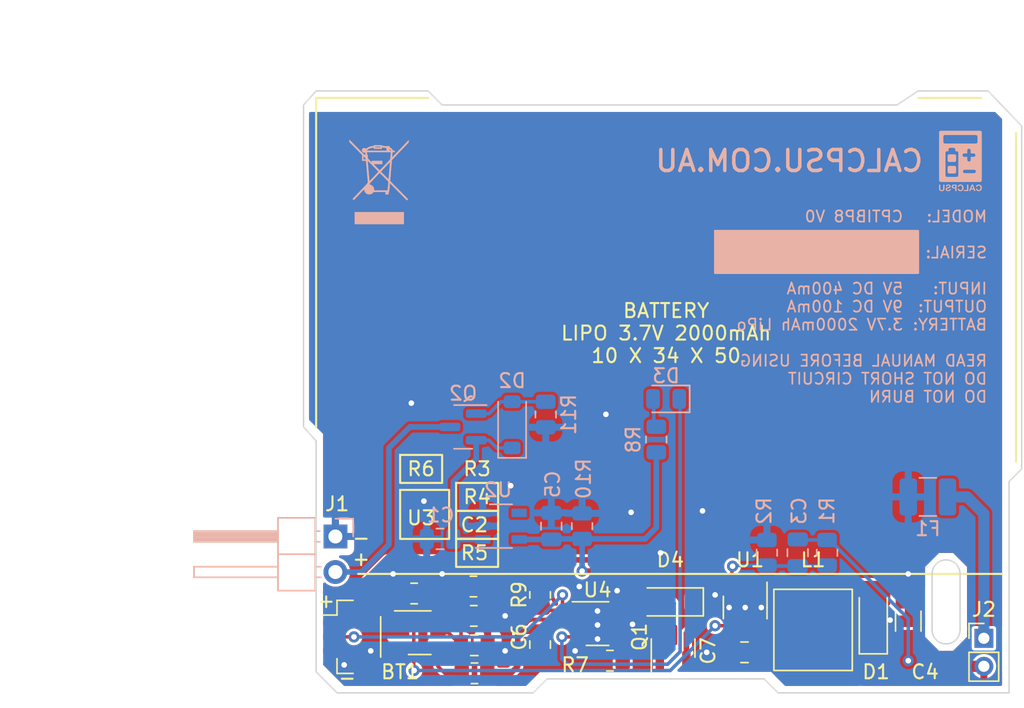
<source format=kicad_pcb>
(kicad_pcb (version 20221018) (generator pcbnew)
  (layers (0 "F.Cu" signal) (31 "B.Cu" signal) (34 "B.Paste" user) (35 "F.Paste" user) (36 "B.SilkS" user "B.Silkscreen") (37 "F.SilkS" user "F.Silkscreen") (38 "B.Mask" user) (39 "F.Mask" user) (44 "Edge.Cuts" user))
  (net 0 "")
  (net 1 "/B+")
  (net 2 "/GND")
  (net 3 "/VBUS")
  (net 4 "Net-(U3-SENSE)")
  (net 5 "/RFB")
  (net 6 "/VOUT")
  (net 7 "/VCC")
  (net 8 "/RSW")
  (net 9 "/CHG")
  (net 10 "/LCHG")
  (net 11 "/BLOAD")
  (net 12 "/OUTN")
  (net 13 "Net-(U3-CT)")
  (net 14 "/EN")
  (net 15 "/PROG")
  (net 16 "/TS")
  (net 19 "Net-(D2-A)")
  (net 20 "/VBUS1")
  (footprint "Connector_PinHeader_2.00mm:PinHeader_1x02_P2.00mm_Vertical" (layer "F.Cu") (at 48.7 39.6)
    (fp_text reference "J2" (at 0 -2.06) (layer "F.SilkS"))
    (fp_text value "OUT")
    (pad "1" thru_hole rect (at 0 0) (size 1.35 1.35) (drill 0.8) (layers "*.Cu" "*.Mask") (net 12 "/OUTN"))
    (pad "2" thru_hole oval (at 0 2) (size 1.35 1.35) (drill 0.8) (layers "*.Cu" "*.Mask") (net 6 "/VOUT"))
  )
  (footprint "Resistor_SMD:R_0805_2012Metric" (layer "F.Cu") (at 12.3125 42.1)
    (fp_text reference "R5" (at 0 -8.6) (layer "F.SilkS"))
    (fp_text value "50k")
    (pad "1" smd roundrect (at -0.9125 0) (size 1.025 1.4) (layers "F.Cu" "F.Paste" "F.Mask") (roundrect_rratio 0.243902) (net 13 "Net-(U3-CT)"))
    (pad "2" smd roundrect (at 0.9125 0) (size 1.025 1.4) (layers "F.Cu" "F.Paste" "F.Mask") (roundrect_rratio 0.243902) (net 1 "/B+"))
  )
  (footprint "Capacitor_SMD:C_0805_2012Metric" (layer "F.Cu") (at 12.3 40.1)
    (fp_text reference "C2" (at 0 -8.6) (layer "F.SilkS"))
    (fp_text value "1n")
    (pad "1" smd roundrect (at -0.95 0) (size 1 1.45) (layers "F.Cu" "F.Paste" "F.Mask") (net 4 "Net-(U3-SENSE)"))
    (pad "2" smd roundrect (at 0.95 0) (size 1 1.45) (layers "F.Cu" "F.Paste" "F.Mask") (net 2 "/GND"))
  )
  (footprint "Resistor_SMD:R_0805_2012Metric" (layer "F.Cu") (at 17 36.5 -90)
    (fp_text reference "R9" (at 0 1.5 90) (layer "F.SilkS"))
    (fp_text value "10k")
    (pad "1" smd roundrect (at -0.9125 0 270) (size 1.025 1.4) (layers "F.Cu" "F.Paste" "F.Mask") (roundrect_rratio 0.243902) (net 2 "/GND"))
    (pad "2" smd roundrect (at 0.9125 0 270) (size 1.025 1.4) (layers "F.Cu" "F.Paste" "F.Mask") (roundrect_rratio 0.243902) (net 16 "/TS"))
  )
  (footprint "Resistor_SMD:R_0805_2012Metric" (layer "F.Cu") (at 8 36.4)
    (fp_text reference "R6" (at 0.5 -8.9) (layer "F.SilkS"))
    (fp_text value "100k")
    (pad "1" smd roundrect (at -0.9125 0) (size 1.025 1.4) (layers "F.Cu" "F.Paste" "F.Mask") (roundrect_rratio 0.243902) (net 14 "/EN"))
    (pad "2" smd roundrect (at 0.9125 0) (size 1.025 1.4) (layers "F.Cu" "F.Paste" "F.Mask") (roundrect_rratio 0.243902) (net 1 "/B+"))
  )
  (footprint "Package_TO_SOT_SMD:SOT-23" (layer "F.Cu") (at 26.5 40.3 90)
    (fp_text reference "Q1" (at 0.8 -2.4 90) (layer "F.SilkS"))
    (fp_text value "AO3401A")
    (pad "1" smd roundrect (at -0.9375 -0.95 90) (size 1.475 0.6) (layers "F.Cu" "F.Paste" "F.Mask") (net 7 "/VCC"))
    (pad "2" smd roundrect (at -0.9375 0.95 90) (size 1.475 0.6) (layers "F.Cu" "F.Paste" "F.Mask") (net 11 "/BLOAD"))
    (pad "3" smd roundrect (at 0.9375 0 90) (size 1.475 0.6) (layers "F.Cu" "F.Paste" "F.Mask") (net 1 "/B+"))
  )
  (footprint "Resistor_SMD:R_0805_2012Metric" (layer "F.Cu") (at 12.2625 38 180)
    (fp_text reference "R4" (at -0.2375 8.5) (layer "F.SilkS"))
    (fp_text value "500k")
    (pad "1" smd roundrect (at -0.9125 0 180) (size 1.025 1.4) (layers "F.Cu" "F.Paste" "F.Mask") (roundrect_rratio 0.243902) (net 2 "/GND"))
    (pad "2" smd roundrect (at 0.9125 0 180) (size 1.025 1.4) (layers "F.Cu" "F.Paste" "F.Mask") (roundrect_rratio 0.243902) (net 4 "Net-(U3-SENSE)"))
  )
  (footprint "george:SOT-23-6_TI_DBV6" (layer "F.Cu") (at 21.1 38.55)
    (fp_text reference "U4" (at 0 -2.4) (layer "F.SilkS"))
    (fp_text value "BQ21040")
    (pad "1" smd roundrect (at -1.3 -0.95) (size 1.1 0.6) (layers "F.Cu" "F.Paste" "F.Mask") (roundrect_rratio 0.08333333333) (net 16 "/TS"))
    (pad "2" smd roundrect (at -1.3 0) (size 1.1 0.6) (layers "F.Cu" "F.Paste" "F.Mask") (roundrect_rratio 0.08333333333) (net 1 "/B+"))
    (pad "3" smd roundrect (at -1.3 0.95) (size 1.1 0.6) (layers "F.Cu" "F.Paste" "F.Mask") (roundrect_rratio 0.08333333333) (net 9 "/CHG"))
    (pad "4" smd roundrect (at 1.3 0.95) (size 1.1 0.6) (layers "F.Cu" "F.Paste" "F.Mask") (roundrect_rratio 0.08333333333) (net 15 "/PROG"))
    (pad "5" smd roundrect (at 1.3 0) (size 1.1 0.6) (layers "F.Cu" "F.Paste" "F.Mask") (roundrect_rratio 0.08333333333) (net 2 "/GND"))
    (pad "6" smd roundrect (at 1.3 -0.95) (size 1.1 0.6) (layers "F.Cu" "F.Paste" "F.Mask") (roundrect_rratio 0.08333333333) (net 7 "/VCC"))
  )
  (footprint "Diode_SMD:D_SOD-123" (layer "F.Cu") (at 40.8 38.35 90)
    (fp_text reference "D1" (at -3.65 0.2 180) (layer "F.SilkS"))
    (fp_text value "1N5817")
    (pad "1" smd roundrect (at -1.65 0 90) (size 0.9 1.2) (layers "F.Cu" "F.Paste" "F.Mask") (net 6 "/VOUT"))
    (pad "2" smd roundrect (at 1.65 0 90) (size 0.9 1.2) (layers "F.Cu" "F.Paste" "F.Mask") (net 8 "/RSW"))
  )
  (footprint "Diode_SMD:D_SOD-123" (layer "F.Cu") (at 26.3 37 180)
    (fp_text reference "D4" (at 0 3) (layer "F.SilkS"))
    (fp_text value "SS16")
    (pad "1" smd roundrect (at -1.65 0 180) (size 0.9 1.2) (layers "F.Cu" "F.Paste" "F.Mask") (net 11 "/BLOAD"))
    (pad "2" smd roundrect (at 1.65 0 180) (size 0.9 1.2) (layers "F.Cu" "F.Paste" "F.Mask") (net 7 "/VCC"))
  )
  (footprint "george:SOT-23-5_TI_DBV5" (layer "F.Cu") (at 31.65 37.4 -90)
    (fp_text reference "U1" (at -3.4 -0.35) (layer "F.SilkS"))
    (fp_text value "LM27313XMF")
    (pad "1" smd roundrect (at -1.3 -0.95 270) (size 1.1 0.6) (layers "F.Cu" "F.Paste" "F.Mask") (roundrect_rratio 0.08333333333) (net 8 "/RSW"))
    (pad "2" smd roundrect (at -1.3 0 270) (size 1.1 0.6) (layers "F.Cu" "F.Paste" "F.Mask") (roundrect_rratio 0.08333333333) (net 2 "/GND"))
    (pad "3" smd roundrect (at -1.3 0.95 270) (size 1.1 0.6) (layers "F.Cu" "F.Paste" "F.Mask") (roundrect_rratio 0.08333333333) (net 5 "/RFB"))
    (pad "4" smd roundrect (at 1.3 0.95 270) (size 1.1 0.6) (layers "F.Cu" "F.Paste" "F.Mask") (roundrect_rratio 0.08333333333) (net 14 "/EN"))
    (pad "5" smd roundrect (at 1.3 -0.95 270) (size 1.1 0.6) (layers "F.Cu" "F.Paste" "F.Mask") (roundrect_rratio 0.08333333333) (net 11 "/BLOAD"))
  )
  (footprint "Connector_JST:JST_SH_BM03B-SRSS-TB_1x03-1MP_P1.00mm_Vertical" (layer "F.Cu") (at 3.6 39.5 -90)
    (fp_text reference "BT1" (at 2.5 -3.4 -180) (layer "F.SilkS"))
    (fp_text value "LiPo")
    (pad "1" smd roundrect (at -1 1.325 270) (size 0.6 1.55) (layers "F.Cu" "F.Paste" "F.Mask") (net 1 "/B+"))
    (pad "2" smd roundrect (at 0 1.325 270) (size 0.6 1.55) (layers "F.Cu" "F.Paste" "F.Mask") (net 16 "/TS"))
    (pad "3" smd roundrect (at 1 1.325 270) (size 0.6 1.55) (layers "F.Cu" "F.Paste" "F.Mask") (net 2 "/GND"))
    (pad "MP" smd roundrect (at -2.3 -1.2 270) (size 1.2 1.8) (layers "F.Cu" "F.Paste" "F.Mask") (roundrect_rratio 0.208333))
    (pad "MP" smd roundrect (at 2.3 -1.2 270) (size 1.2 1.8) (layers "F.Cu" "F.Paste" "F.Mask") (roundrect_rratio 0.208333))
  )
  (footprint "Resistor_SMD:R_0805_2012Metric" (layer "F.Cu") (at 21.9875 41.2)
    (fp_text reference "R7" (at -2.4875 0.3) (layer "F.SilkS"))
    (fp_text value "1k3")
    (pad "1" smd roundrect (at -0.9125 0) (size 1.025 1.4) (layers "F.Cu" "F.Paste" "F.Mask") (roundrect_rratio 0.243902) (net 2 "/GND"))
    (pad "2" smd roundrect (at 0.9125 0) (size 1.025 1.4) (layers "F.Cu" "F.Paste" "F.Mask") (roundrect_rratio 0.243902) (net 15 "/PROG"))
  )
  (footprint "Capacitor_SMD:C_1206_3216Metric" (layer "F.Cu") (at 43.3 38.375 90)
    (fp_text reference "C4" (at -3.625 1.2 180) (layer "F.SilkS"))
    (fp_text value "10u")
    (pad "1" smd roundrect (at -1.475 0 90) (size 1.15 1.8) (layers "F.Cu" "F.Paste" "F.Mask") (roundrect_rratio 0.217391) (net 6 "/VOUT"))
    (pad "2" smd roundrect (at 1.475 0 90) (size 1.15 1.8) (layers "F.Cu" "F.Paste" "F.Mask") (roundrect_rratio 0.217391) (net 2 "/GND"))
  )
  (footprint "george:SOT-23-6_TI_DBV6" (layer "F.Cu") (at 8.4 39.2)
    (fp_text reference "U3" (at 0.1 -8.2) (layer "F.SilkS"))
    (fp_text value "TPS3808DBV")
    (pad "1" smd roundrect (at -1.3 -0.95) (size 1.1 0.6) (layers "F.Cu" "F.Paste" "F.Mask") (roundrect_rratio 0.08333333333) (net 14 "/EN"))
    (pad "2" smd roundrect (at -1.3 0) (size 1.1 0.6) (layers "F.Cu" "F.Paste" "F.Mask") (roundrect_rratio 0.08333333333) (net 2 "/GND"))
    (pad "3" smd roundrect (at -1.3 0.95) (size 1.1 0.6) (layers "F.Cu" "F.Paste" "F.Mask") (roundrect_rratio 0.08333333333))
    (pad "4" smd roundrect (at 1.3 0.95) (size 1.1 0.6) (layers "F.Cu" "F.Paste" "F.Mask") (roundrect_rratio 0.08333333333) (net 13 "Net-(U3-CT)"))
    (pad "5" smd roundrect (at 1.3 0) (size 1.1 0.6) (layers "F.Cu" "F.Paste" "F.Mask") (roundrect_rratio 0.08333333333) (net 4 "Net-(U3-SENSE)"))
    (pad "6" smd roundrect (at 1.3 -0.95) (size 1.1 0.6) (layers "F.Cu" "F.Paste" "F.Mask") (roundrect_rratio 0.08333333333) (net 1 "/B+"))
  )
  (footprint "Capacitor_SMD:C_0805_2012Metric" (layer "F.Cu") (at 31.6 40.6 180)
    (fp_text reference "C7" (at 2.6 0.1 90) (layer "F.SilkS"))
    (fp_text value "4u7")
    (pad "1" smd roundrect (at -0.95 0 180) (size 1 1.45) (layers "F.Cu" "F.Paste" "F.Mask") (net 11 "/BLOAD"))
    (pad "2" smd roundrect (at 0.95 0 180) (size 1 1.45) (layers "F.Cu" "F.Paste" "F.Mask") (net 2 "/GND"))
  )
  (footprint "george:Inductor_Bourns_SRR4028" (layer "F.Cu") (at 36.5 39 180)
    (fp_text reference "L1" (at 0 5 unlocked) (layer "F.SilkS"))
    (fp_text value "10uH")
    (pad "1" smd custom (at 0 -2.25 180) (size 0.1 0.1) (layers "F.Cu" "F.Paste" "F.Mask") (net 11 "/BLOAD") (options (clearance outline) (anchor rect)) (primitives (gr_poly (pts (xy -2.65 -0.5) (xy 2.65 -0.5) (xy 2.65 1.5) (xy 1.8 1.5) (xy 0.75 0.45) (xy -0.75 0.45) (xy -1.8 1.5) (xy -2.65 1.5)) (width 0) (fill yes))))
    (pad "2" smd custom (at 0 2.25) (size 0.1 0.1) (layers "F.Cu" "F.Paste" "F.Mask") (net 8 "/RSW") (options (clearance outline) (anchor rect)) (primitives (gr_poly (pts (xy -2.65 -0.5) (xy 2.65 -0.5) (xy 2.65 1.5) (xy 1.8 1.5) (xy 0.75 0.45) (xy -0.75 0.45) (xy -1.8 1.5) (xy -2.65 1.5)) (width 0) (fill yes))))
  )
  (footprint "Resistor_SMD:R_0805_2012Metric" (layer "F.Cu") (at 12.2375 35.9)
    (fp_text reference "R3" (at 0.2625 -8.4) (layer "F.SilkS"))
    (fp_text value "3M3")
    (pad "1" smd roundrect (at -0.9125 0) (size 1.025 1.4) (layers "F.Cu" "F.Paste" "F.Mask") (roundrect_rratio 0.243902) (net 4 "Net-(U3-SENSE)"))
    (pad "2" smd roundrect (at 0.9125 0) (size 1.025 1.4) (layers "F.Cu" "F.Paste" "F.Mask") (roundrect_rratio 0.243902) (net 1 "/B+"))
  )
  (footprint "Capacitor_SMD:C_0805_2012Metric" (layer "F.Cu") (at 17 40.05 -90)
    (fp_text reference "C6" (at -0.55 1.5 90) (layer "F.SilkS"))
    (fp_text value "4u7")
    (pad "1" smd roundrect (at -0.95 0 270) (size 1 1.45) (layers "F.Cu" "F.Paste" "F.Mask") (net 1 "/B+"))
    (pad "2" smd roundrect (at 0.95 0 270) (size 1 1.45) (layers "F.Cu" "F.Paste" "F.Mask") (net 2 "/GND"))
  )
  (footprint "Resistor_SMD:R_0805_2012Metric" (layer "B.Cu") (at 20 31.5875 -90)
    (fp_text reference "R10" (at -3.3875 -0.1 90) (layer "B.SilkS") (effects (justify mirror)))
    (fp_text value "47k")
    (pad "1" smd roundrect (at -0.9125 0 270) (size 1.025 1.4) (layers "B.Cu" "B.Paste" "B.Mask") (roundrect_rratio 0.243902) (net 2 "/GND"))
    (pad "2" smd roundrect (at 0.9125 0 270) (size 1.025 1.4) (layers "B.Cu" "B.Paste" "B.Mask") (roundrect_rratio 0.243902) (net 7 "/VCC"))
  )
  (footprint "Resistor_SMD:R_0805_2012Metric" (layer "B.Cu") (at 17.4 23.6125 90)
    (fp_text reference "R11" (at 0 1.65 270) (layer "B.SilkS") (effects (justify mirror)))
    (fp_text value "10k")
    (pad "1" smd roundrect (at -0.9125 0 90) (size 1.025 1.4) (layers "B.Cu" "B.Paste" "B.Mask") (roundrect_rratio 0.243902) (net 2 "/GND"))
    (pad "2" smd roundrect (at 0.9125 0 90) (size 1.025 1.4) (layers "B.Cu" "B.Paste" "B.Mask") (roundrect_rratio 0.243902) (net 19 "Net-(D2-A)"))
  )
  (footprint "george:SOT-23-5_TI_DBV5" (layer "B.Cu") (at 14.2 31.5875)
    (fp_text reference "U2" (at -0.2 -2.5875) (layer "B.SilkS") (effects (justify mirror)))
    (fp_text value "NCP360SNT")
    (pad "1" smd roundrect (at -1.3 0.95) (size 1.1 0.6) (layers "B.Cu" "B.Paste" "B.Mask") (roundrect_rratio 0.08333333333) (net 3 "/VBUS"))
    (pad "2" smd roundrect (at -1.3 0) (size 1.1 0.6) (layers "B.Cu" "B.Paste" "B.Mask") (roundrect_rratio 0.08333333333) (net 2 "/GND"))
    (pad "3" smd roundrect (at -1.3 -0.95) (size 1.1 0.6) (layers "B.Cu" "B.Paste" "B.Mask") (roundrect_rratio 0.08333333333) (net 2 "/GND"))
    (pad "4" smd roundrect (at 1.3 -0.95) (size 1.1 0.6) (layers "B.Cu" "B.Paste" "B.Mask") (roundrect_rratio 0.08333333333))
    (pad "5" smd roundrect (at 1.3 0.95) (size 1.1 0.6) (layers "B.Cu" "B.Paste" "B.Mask") (roundrect_rratio 0.08333333333) (net 7 "/VCC"))
  )
  (footprint "Symbol:WEEE-Logo_4.2x6mm_SilkScreen" (layer "B.Cu") (at 5.5 7 180)
    (fp_text reference "REF**" hide)
    (fp_text value "WEEE-Logo_4.2x6mm_SilkScreen" hide)
  )
  (footprint "Diode_SMD:D_SOD-123" (layer "B.Cu") (at 15 24.35 90)
    (fp_text reference "D2" (at 3.15 0 180) (layer "B.SilkS") (effects (justify mirror)))
    (fp_text value "5V1")
    (pad "1" smd roundrect (at -1.65 0 90) (size 0.9 1.2) (layers "B.Cu" "B.Paste" "B.Mask") (net 3 "/VBUS"))
    (pad "2" smd roundrect (at 1.65 0 90) (size 0.9 1.2) (layers "B.Cu" "B.Paste" "B.Mask") (net 19 "Net-(D2-A)"))
  )
  (footprint "Capacitor_SMD:C_0805_2012Metric" (layer "B.Cu") (at 35.4 33.4875 90)
    (fp_text reference "C3" (at 2.9875 0.1 90) (layer "B.SilkS") (effects (justify mirror)))
    (fp_text value "220p")
    (pad "1" smd roundrect (at -0.95 0 90) (size 1 1.45) (layers "B.Cu" "B.Paste" "B.Mask") (net 5 "/RFB"))
    (pad "2" smd roundrect (at 0.95 0 90) (size 1 1.45) (layers "B.Cu" "B.Paste" "B.Mask") (net 6 "/VOUT"))
  )
  (footprint "Resistor_SMD:R_0805_2012Metric" (layer "B.Cu") (at 25.3 25.4 -90)
    (fp_text reference "R8" (at 0 1.65 90) (layer "B.SilkS") (effects (justify mirror)))
    (fp_text value "3k")
    (pad "1" smd roundrect (at -0.9125 0 270) (size 1.025 1.4) (layers "B.Cu" "B.Paste" "B.Mask") (roundrect_rratio 0.243902) (net 10 "/LCHG"))
    (pad "2" smd roundrect (at 0.9125 0 270) (size 1.025 1.4) (layers "B.Cu" "B.Paste" "B.Mask") (roundrect_rratio 0.243902) (net 7 "/VCC"))
  )
  (footprint "Package_TO_SOT_SMD:SOT-23" (layer "B.Cu") (at 11.5 24.5 180)
    (fp_text reference "Q2" (at 0 2.4) (layer "B.SilkS") (effects (justify mirror)))
    (fp_text value "AO3401A")
    (pad "1" smd roundrect (at -0.9375 0.95 180) (size 1.475 0.6) (layers "B.Cu" "B.Paste" "B.Mask") (net 19 "Net-(D2-A)"))
    (pad "2" smd roundrect (at -0.9375 -0.95 180) (size 1.475 0.6) (layers "B.Cu" "B.Paste" "B.Mask") (net 3 "/VBUS"))
    (pad "3" smd roundrect (at 0.9375 0 180) (size 1.475 0.6) (layers "B.Cu" "B.Paste" "B.Mask") (net 20 "/VBUS1"))
  )
  (footprint "george:graphic_calcpsulogo" (layer "B.Cu") (at 47 5.5 180)
    (fp_text reference "REFe" hide)
    (fp_text value "graphic_calcpsulogo" hide)
  )
  (footprint "Resistor_SMD:R_0805_2012Metric" (layer "B.Cu") (at 37.5 33.4875 -90)
    (fp_text reference "R1" (at -2.9875 0 90) (layer "B.SilkS") (effects (justify mirror)))
    (fp_text value "91k")
    (pad "1" smd roundrect (at -0.9125 0 270) (size 1.025 1.4) (layers "B.Cu" "B.Paste" "B.Mask") (roundrect_rratio 0.243902) (net 6 "/VOUT"))
    (pad "2" smd roundrect (at 0.9125 0 270) (size 1.025 1.4) (layers "B.Cu" "B.Paste" "B.Mask") (roundrect_rratio 0.243902) (net 5 "/RFB"))
  )
  (footprint "Capacitor_SMD:C_0805_2012Metric" (layer "B.Cu") (at 9.85 32.5 180)
    (fp_text reference "C1" (at -0.05 1.7) (layer "B.SilkS") (effects (justify mirror)))
    (fp_text value "1u")
    (pad "1" smd roundrect (at -0.95 0 180) (size 1 1.45) (layers "B.Cu" "B.Paste" "B.Mask") (net 3 "/VBUS"))
    (pad "2" smd roundrect (at 0.95 0 180) (size 1 1.45) (layers "B.Cu" "B.Paste" "B.Mask") (net 2 "/GND"))
  )
  (footprint "LED_SMD:LED_0805_2012Metric" (layer "B.Cu") (at 26 22.5 180)
    (fp_text reference "D3" (at 0 1.65) (layer "B.SilkS") (effects (justify mirror)))
    (fp_text value "RED")
    (pad "1" smd roundrect (at -0.9375 0 180) (size 0.975 1.4) (layers "B.Cu" "B.Paste" "B.Mask") (net 9 "/CHG"))
    (pad "2" smd roundrect (at 0.9375 0 180) (size 0.975 1.4) (layers "B.Cu" "B.Paste" "B.Mask") (net 10 "/LCHG"))
  )
  (footprint "Connector_PinHeader_2.54mm:PinHeader_1x02_P2.54mm_Horizontal" (layer "B.Cu") (at 2.375 32.325 180)
    (fp_text reference "J1" (at -0.125 2.325 -360) (layer "F.SilkS"))
    (fp_text value "VEXT")
    (pad "1" thru_hole rect (at 0 0 180) (size 1.7 1.7) (drill 1) (layers "*.Cu" "*.Mask") (net 2 "/GND"))
    (pad "2" thru_hole oval (at 0 -2.54 180) (size 1.7 1.7) (drill 1) (layers "*.Cu" "*.Mask") (net 20 "/VBUS1"))
  )
  (footprint "Capacitor_SMD:C_0805_2012Metric" (layer "B.Cu") (at 17.8 31.5875 90)
    (fp_text reference "C5" (at 2.9875 0.1 90) (layer "B.SilkS") (effects (justify mirror)))
    (fp_text value "1u")
    (pad "1" smd roundrect (at -0.95 0 90) (size 1 1.45) (layers "B.Cu" "B.Paste" "B.Mask") (net 7 "/VCC"))
    (pad "2" smd roundrect (at 0.95 0 90) (size 1 1.45) (layers "B.Cu" "B.Paste" "B.Mask") (net 2 "/GND"))
  )
  (footprint "Resistor_SMD:R_0805_2012Metric" (layer "B.Cu") (at 33.2 33.4875 -90)
    (fp_text reference "R2" (at -2.9875 0.2 90) (layer "B.SilkS") (effects (justify mirror)))
    (fp_text value "15k")
    (pad "1" smd roundrect (at -0.9125 0 270) (size 1.025 1.4) (layers "B.Cu" "B.Paste" "B.Mask") (roundrect_rratio 0.243902) (net 2 "/GND"))
    (pad "2" smd roundrect (at 0.9125 0 270) (size 1.025 1.4) (layers "B.Cu" "B.Paste" "B.Mask") (roundrect_rratio 0.243902) (net 5 "/RFB"))
  )
  (footprint "Fuse:Fuse_1210_3225Metric" (layer "B.Cu") (at 44.7 29.5)
    (fp_text reference "F1" (at 0 2.28) (layer "B.SilkS") (effects (justify mirror)))
    (fp_text value "750mA/24V")
    (pad "1" smd roundrect (at -1.4 0) (size 1.25 2.65) (layers "B.Cu" "B.Paste" "B.Mask") (roundrect_rratio 0.2) (net 2 "/GND"))
    (pad "2" smd roundrect (at 1.4 0) (size 1.25 2.65) (layers "B.Cu" "B.Paste" "B.Mask") (roundrect_rratio 0.2) (net 12 "/OUTN"))
  )
  (gr_rect (start 29.5 13.5) (end 44 10.5) (stroke (width 0.15)) (fill solid) (layer "B.SilkS"))
  (gr_rect (start 7 26.5) (end 10 28.5) (stroke (width 0.15)) (fill none) (layer "F.SilkS"))
  (gr_rect (start 11 28.5) (end 14 30.5) (stroke (width 0.15)) (fill none) (layer "F.SilkS"))
  (gr_rect (start 11 30.5) (end 14 32.5) (stroke (width 0.15)) (fill none) (layer "F.SilkS"))
  (gr_rect (start 11 32.5) (end 14 34.5) (stroke (width 0.15)) (fill none) (layer "F.SilkS"))
  (gr_line (start 44 1) (end 48.5 1) (stroke (width 0.15)) (layer "F.SilkS"))
  (gr_line (start 1 1) (end 9 1) (stroke (width 0.15)) (layer "F.SilkS"))
  (gr_line (start 51 3.5) (end 51 27) (stroke (width 0.15)) (layer "F.SilkS"))
  (gr_line (start 1 1) (end 1 24.5) (stroke (width 0.15)) (layer "F.SilkS"))
  (gr_rect (start 7 29) (end 10.5 32.5) (stroke (width 0.15)) (fill none) (layer "F.SilkS"))
  (gr_line (start 50 35) (end 4 35) (stroke (width 0.15)) (layer "F.SilkS"))
  (gr_line (start 50.5 28.4) (end 50.5 43.5) (stroke (width 0.1)) (layer "Edge.Cuts"))
  (gr_arc (start 45 35) (mid 46 34) (end 47 35) (stroke (width 0.1)) (layer "Edge.Cuts"))
  (gr_line (start 1 0.5) (end 0.1 1.5) (stroke (width 0.1)) (layer "Edge.Cuts"))
  (gr_line (start 17.5 42.5) (end 33 42.5) (stroke (width 0.1)) (layer "Edge.Cuts"))
  (gr_line (start 1 0.5) (end 9 0.5) (stroke (width 0.1)) (layer "Edge.Cuts"))
  (gr_line (start 51.4 3) (end 49 0.5) (stroke (width 0.1)) (layer "Edge.Cuts"))
  (gr_line (start 16.5 43.5) (end 2.5 43.5) (stroke (width 0.1)) (layer "Edge.Cuts"))
  (gr_line (start 34 43.5) (end 50.5 43.5) (stroke (width 0.1)) (layer "Edge.Cuts"))
  (gr_line (start 0.1 24.5) (end 1 25.5) (stroke (width 0.1)) (layer "Edge.Cuts"))
  (gr_line (start 51.4 3) (end 51.4 27.5) (stroke (width 0.1)) (layer "Edge.Cuts"))
  (gr_line (start 47 39) (end 47 35) (stroke (width 0.1)) (layer "Edge.Cuts"))
  (gr_line (start 45 35) (end 45 39) (stroke (width 0.1)) (layer "Edge.Cuts"))
  (gr_line (start 1 42) (end 2.5 43.5) (stroke (width 0.1)) (layer "Edge.Cuts"))
  (gr_line (start 42.5 1.5) (end 44 0.5) (stroke (width 0.1)) (layer "Edge.Cuts"))
  (gr_line (start 1 42) (end 1 25.5) (stroke (width 0.1)) (layer "Edge.Cuts"))
  (gr_line (start 33 42.5) (end 34 43.5) (stroke (width 0.1)) (layer "Edge.Cuts"))
  (gr_line (start 44 0.5) (end 49 0.5) (stroke (width 0.1)) (layer "Edge.Cuts"))
  (gr_line (start 9 0.5) (end 10 1.5) (stroke (width 0.1)) (layer "Edge.Cuts"))
  (gr_line (start 16.5 43.5) (end 17.5 42.5) (stroke (width 0.1)) (layer "Edge.Cuts"))
  (gr_line (start 51.4 27.5) (end 50.5 28.4) (stroke (width 0.1)) (layer "Edge.Cuts"))
  (gr_line (start 10 1.5) (end 42.5 1.5) (stroke (width 0.1)) (layer "Edge.Cuts"))
  (gr_line (start 0.1 1.5) (end 0.1 24.5) (stroke (width 0.1)) (layer "Edge.Cuts"))
  (gr_arc (start 47 39) (mid 46 40) (end 45 39) (stroke (width 0.1)) (layer "Edge.Cuts"))
  (gr_text "MODEL:\n\nSERIAL:\n\nINPUT:\nOUTPUT:\nBATTERY:\n\nREAD MANUAL BEFORE USING\nDO NOT SHORT CIRCUIT\nDO NOT BURN" (at 49 9) (layer "B.SilkS") (effects (font (size 0.8 0.8) (thickness 0.12)) (justify left top mirror)))
  (gr_text "CALCPSU.COM.AU" (at 44.5 5.5) (layer "B.SilkS") (effects (font (size 1.5 1.5) (thickness 0.25) bold) (justify left mirror)))
  (gr_text "CPTIBP8 V0\n\n\n\n5V DC 400mA\n9V DC 100mA\n3.7V 2000mAh LiPo" (at 43 9) (layer "B.SilkS") (effects (font (size 0.8 0.8) (thickness 0.12)) (justify left top mirror)))
  (gr_text "BATTERY\nLIPO 3.7V 2000mAh\n10 X 34 X 50" (at 26 20) (layer "F.SilkS") (effects (font (size 1 1)) (justify bottom)))
  (gr_text "-" (at 3.5 33) (layer "F.SilkS") (effects (font (size 1 1)) (justify left bottom)))
  (gr_text "+" (at 1 37.5) (layer "F.SilkS") (effects (font (size 1 1)) (justify left bottom)))
  (gr_text "-" (at 2.5 43) (layer "F.SilkS") (effects (font (size 1 1)) (justify left bottom)))
  (gr_text "+" (at 3.5 34.5) (layer "F.SilkS") (effects (font (size 1 1)) (justify left bottom)))
  (segment (start 2.275 38.5) (end 2.275 37.80576) (width 0.4) (layer "F.Cu") (net 1))
  (segment (start 8.925 34) (end 13.15 34) (width 0.4) (layer "F.Cu") (net 1))
  (segment (start 15.4 41.6) (end 14.9 42.1) (width 0.4) (layer "F.Cu") (net 1))
  (segment (start 15.4 34) (end 15.4 41.6) (width 0.4) (layer "F.Cu") (net 1))
  (segment (start 6.08076 34) (end 8.9 34) (width 0.4) (layer "F.Cu") (net 1))
  (segment (start 26.5 37.1) (end 26.5 39.3625) (width 0.4) (layer "F.Cu") (net 1))
  (segment (start 16.5 34) (end 23.4 34) (width 0.4) (layer "F.Cu") (net 1))
  (segment (start 19.8 38.55) (end 17.85 38.55) (width 0.4) (layer "F.Cu") (net 1))
  (segment (start 8.9 34) (end 8.9125 34.0125) (width 0.4) (layer "F.Cu") (net 1))
  (segment (start 17.3 39.1) (end 15.4 39.1) (width 0.4) (layer "F.Cu") (net 1))
  (segment (start 16.5 34) (end 15.4 34) (width 0.4) (layer "F.Cu") (net 1))
  (segment (start 2.275 37.80576) (end 6.08076 34) (width 0.4) (layer "F.Cu") (net 1))
  (segment (start 14.9 42.1) (end 13.225 42.1) (width 0.4) (layer "F.Cu") (net 1))
  (segment (start 8.9125 36.4) (end 8.9125 34.0125) (width 0.4) (layer "F.Cu") (net 1))
  (segment (start 8.9125 34.0125) (end 8.925 34) (width 0.4) (layer "F.Cu") (net 1))
  (segment (start 8.9125 37.4625) (end 8.9125 36.4) (width 0.4) (layer "F.Cu") (net 1))
  (segment (start 9.7 38.25) (end 8.9125 37.4625) (width 0.4) (layer "F.Cu") (net 1))
  (segment (start 13.15 35.9) (end 13.15 34) (width 0.4) (layer "F.Cu") (net 1))
  (segment (start 17.85 38.55) (end 17.3 39.1) (width 0.4) (layer "F.Cu") (net 1))
  (segment (start 13.15 34) (end 16.5 34) (width 0.4) (layer "F.Cu") (net 1))
  (segment (start 23.4 34) (end 26.5 37.1) (width 0.4) (layer "F.Cu") (net 1))
  (via (at 19.5 40.5) (size 0.8) (drill 0.4) (layers "F.Cu" "B.Cu") (net 2))
  (via (at 28.6 30.5) (size 0.8) (drill 0.4) (layers "F.Cu" "B.Cu") (net 2))
  (via (at 6.5 35) (size 0.8) (drill 0.4) (layers "F.Cu" "B.Cu") (net 2))
  (via (at 14.5 38) (size 0.8) (drill 0.4) (layers "F.Cu" "B.Cu") (net 2))
  (via (at 8.7 29.8) (size 0.8) (drill 0.4) (layers "F.Cu" "B.Cu") (net 2))
  (via (at 28.9 40.6) (size 0.8) (drill 0.4) (layers "F.Cu" "B.Cu") (net 2))
  (via (at 3 41.5) (size 0.8) (drill 0.4) (layers "F.Cu" "B.Cu") (net 2))
  (via (at 21.7 23.6) (size 0.8) (drill 0.4) (layers "F.Cu" "B.Cu") (net 2))
  (via (at 29.5 36.5) (size 0.8) (drill 0.4) (layers "F.Cu" "B.Cu") (net 2))
  (via (at 21.1 37.65) (size 0.8) (drill 0.4) (layers "F.Cu" "B.Cu") (net 2))
  (via (at 23.5 30.6) (size 0.8) (drill 0.4) (layers "F.Cu" "B.Cu") (net 2))
  (via (at 10 35) (size 0.8) (drill 0.4) (layers "F.Cu" "B.Cu") (net 2))
  (via (at 42 38.3) (size 0.8) (drill 0.4) (layers "F.Cu" "B.Cu") (net 2))
  (via (at 14.9 28.7) (size 0.8) (drill 0.4) (layers "F.Cu" "B.Cu") (net 2))
  (via (at 4.9 40.5) (size 0.8) (drill 0.4) (layers "F.Cu" "B.Cu") (net 2))
  (via (at 19.8 35.9) (size 0.8) (drill 0.4) (layers "F.Cu" "B.Cu") (net 2))
  (via (at 21.1 39.65) (size 0.8) (drill 0.4) (layers "F.Cu" "B.Cu") (net 2))
  (via (at 23.6 38.6) (size 0.8) (drill 0.4) (layers "F.Cu" "B.Cu") (net 2))
  (via (at 30.5 37.4) (size 0.8) (drill 0.4) (layers "F.Cu" "B.Cu") (net 2))
  (via (at 22.5 36.2) (size 0.8) (drill 0.4) (layers "F.Cu" "B.Cu") (net 2))
  (via (at 14.5 40.5) (size 0.8) (drill 0.4) (layers "F.Cu" "B.Cu") (net 2))
  (via (at 43.3 35) (size 0.8) (drill 0.4) (layers "F.Cu" "B.Cu") (net 2))
  (via (at 21.1 38.65) (size 0.8) (drill 0.4) (layers "F.Cu" "B.Cu") (net 2))
  (via (at 7.8 22.8) (size 0.8) (drill 0.4) (layers "F.Cu" "B.Cu") (net 2))
  (via (at 32.8 37.4) (size 0.8) (drill 0.4) (layers "F.Cu" "B.Cu") (net 2))
  (via (at 25.6 33.5) (size 0.8) (drill 0.4) (layers "F.Cu" "B.Cu") (net 2))
  (via (at 31.65 37.4) (size 0.8) (drill 0.4) (layers "F.Cu" "B.Cu") (net 2))
  (segment (start 10.8 28.4) (end 10.8 30.2) (width 0.4) (layer "B.Cu") (net 3))
  (segment (start 12.9 32.5375) (end 10.55 32.5375) (width 0.4) (layer "B.Cu") (net 3))
  (segment (start 12.4375 26.7625) (end 10.8 28.4) (width 0.4) (layer "B.Cu") (net 3))
  (segment (start 13.35 25.45) (end 13.9 26) (width 0.25) (layer "B.Cu") (net 3))
  (segment (start 13.9 26) (end 15 26) (width 0.25) (layer "B.Cu") (net 3))
  (segment (start 10.8 32.5) (end 10.8 30.2) (width 0.4) (layer "B.Cu") (net 3))
  (segment (start 12.4375 25.45) (end 13.35 25.45) (width 0.25) (layer "B.Cu") (net 3))
  (segment (start 12.4375 25.45) (end 12.4375 26.7625) (width 0.4) (layer "B.Cu") (net 3))
  (segment (start 11.325 35.9) (end 11.325 37.975) (width 0.25) (layer "F.Cu") (net 4))
  (segment (start 10.45 39.2) (end 11.35 40.1) (width 0.25) (layer "F.Cu") (net 4))
  (segment (start 9.7 39.2) (end 10.45 39.2) (width 0.25) (layer "F.Cu") (net 4))
  (segment (start 11.35 40.1) (end 11.35 38) (width 0.25) (layer "F.Cu") (net 4))
  (segment (start 30.7 36.1) (end 30.7 34.5) (width 0.25) (layer "F.Cu") (net 5))
  (segment (start 30.7 34.5) (end 30.75 34.45) (width 0.25) (layer "F.Cu") (net 5))
  (via (at 30.75 34.45) (size 0.8) (drill 0.4) (layers "F.Cu" "B.Cu") (net 5))
  (segment (start 35.4 34.4375) (end 37.4625 34.4375) (width 0.25) (layer "B.Cu") (net 5))
  (segment (start 30.75 34.45) (end 30.8 34.4) (width 0.25) (layer "B.Cu") (net 5))
  (segment (start 34.3 34.4375) (end 35.4 34.4375) (width 0.25) (layer "B.Cu") (net 5))
  (segment (start 30.8 34.4) (end 33.2 34.4) (width 0.25) (layer "B.Cu") (net 5))
  (segment (start 33 34.4375) (end 34.3 34.4375) (width 0.25) (layer "B.Cu") (net 5))
  (segment (start 45.05 41.6) (end 48.7 41.6) (width 0.8) (layer "F.Cu") (net 6))
  (segment (start 40.8 40) (end 43.15 40) (width 0.4) (layer "F.Cu") (net 6))
  (segment (start 43.975 40.525) (end 43.3 39.85) (width 0.25) (layer "F.Cu") (net 6))
  (segment (start 43.15 40) (end 43.3 39.85) (width 0.4) (layer "F.Cu") (net 6))
  (segment (start 48.5 41.8) (end 48.7 41.6) (width 0.8) (layer "F.Cu") (net 6))
  (segment (start 43.3 41.2) (end 43.975 40.525) (width 0.25) (layer "F.Cu") (net 6))
  (segment (start 43.3 39.85) (end 45.05 41.6) (width 0.8) (layer "F.Cu") (net 6))
  (via (at 43.3 41.2) (size 0.8) (drill 0.4) (layers "F.Cu" "B.Cu") (net 6))
  (segment (start 43.3 41.2) (end 43.3 38.2) (width 0.25) (layer "B.Cu") (net 6))
  (segment (start 37.675 32.575) (end 37.5 32.575) (width 0.25) (layer "B.Cu") (net 6))
  (segment (start 37.5 32.575) (end 35.4375 32.575) (width 0.25) (layer "B.Cu") (net 6))
  (segment (start 43.3 38.2) (end 37.675 32.575) (width 0.25) (layer "B.Cu") (net 6))
  (segment (start 35.4375 32.575) (end 35.4 32.5375) (width 0.25) (layer "B.Cu") (net 6))
  (segment (start 24.05 37.6) (end 24.65 37) (width 0.4) (layer "F.Cu") (net 7))
  (segment (start 24.65 36.098528) (end 24.65 37) (width 0.4) (layer "F.Cu") (net 7))
  (segment (start 24.65 37) (end 25.55 37.9) (width 0.4) (layer "F.Cu") (net 7))
  (segment (start 22.4 37.6) (end 24.05 37.6) (width 0.4) (layer "F.Cu") (net 7))
  (segment (start 23.351472 34.8) (end 24.65 36.098528) (width 0.4) (layer "F.Cu") (net 7))
  (segment (start 25.55 37.9) (end 25.55 41.2375) (width 0.4) (layer "F.Cu") (net 7))
  (segment (start 20 34.8) (end 23.351472 34.8) (width 0.4) (layer "F.Cu") (net 7))
  (via (at 20 34.8) (size 0.8) (drill 0.4) (layers "F.Cu" "B.Cu") (net 7))
  (segment (start 25.3 26.3125) (end 25.3 31.7) (width 0.4) (layer "B.Cu") (net 7))
  (segment (start 20 34.8) (end 20 32.5) (width 0.4) (layer "B.Cu") (net 7))
  (segment (start 25.3 31.7) (end 24.5 32.5) (width 0.4) (layer "B.Cu") (net 7))
  (segment (start 24.5 32.5) (end 20 32.5) (width 0.4) (layer "B.Cu") (net 7))
  (segment (start 20 32.5) (end 17.8375 32.5) (width 0.4) (layer "B.Cu") (net 7))
  (segment (start 15.5 32.5375) (end 17.8 32.5375) (width 0.4) (layer "B.Cu") (net 7))
  (segment (start 36.55 36.7) (end 36.5 36.75) (width 0.4) (layer "F.Cu") (net 8))
  (segment (start 35.85 36.1) (end 36.5 36.75) (width 0.4) (layer "F.Cu") (net 8))
  (segment (start 40.8 36.7) (end 36.55 36.7) (width 0.4) (layer "F.Cu") (net 8))
  (segment (start 32.6 36.1) (end 35.85 36.1) (width 0.4) (layer "F.Cu") (net 8))
  (segment (start 18.554402 39.5) (end 19.8 39.5) (width 0.25) (layer "F.Cu") (net 9))
  (via (at 18.554402 39.5) (size 0.8) (drill 0.4) (layers "F.Cu" "B.Cu") (net 9))
  (segment (start 27 40.563604) (end 27 22.5) (width 0.25) (layer "B.Cu") (net 9))
  (segment (start 18.554402 41.054402) (end 18.95 41.45) (width 0.25) (layer "B.Cu") (net 9))
  (segment (start 18.95 41.45) (end 26.113604 41.45) (width 0.25) (layer "B.Cu") (net 9))
  (segment (start 18.554402 39.5) (end 18.554402 41.054402) (width 0.25) (layer "B.Cu") (net 9))
  (segment (start 26.113604 41.45) (end 27 40.563604) (width 0.25) (layer "B.Cu") (net 9))
  (segment (start 25.125 24.3125) (end 25.3 24.4875) (width 0.25) (layer "B.Cu") (net 10))
  (segment (start 25.125 22.5) (end 25.125 24.3125) (width 0.25) (layer "B.Cu") (net 10))
  (segment (start 27.45 39.25) (end 27.95 38.75) (width 0.4) (layer "F.Cu") (net 11))
  (segment (start 34.25 41.25) (end 36.5 41.25) (width 0.4) (layer "F.Cu") (net 11))
  (segment (start 33.775 41.725) (end 34.25 41.25) (width 0.4) (layer "F.Cu") (net 11))
  (segment (start 27.9375 41.725) (end 32.6 41.725) (width 0.4) (layer "F.Cu") (net 11))
  (segment (start 32.55 40.6) (end 32.55 41.675) (width 0.4) (layer "F.Cu") (net 11))
  (segment (start 32.6 41.725) (end 33.775 41.725) (width 0.4) (layer "F.Cu") (net 11))
  (segment (start 27.45 41.2375) (end 27.9375 41.725) (width 0.4) (layer "F.Cu") (net 11))
  (segment (start 32.6 40.55) (end 32.55 40.6) (width 0.4) (layer "F.Cu") (net 11))
  (segment (start 32.55 41.675) (end 32.6 41.725) (width 0.4) (layer "F.Cu") (net 11))
  (segment (start 32.6 38.7) (end 32.6 40.55) (width 0.4) (layer "F.Cu") (net 11))
  (segment (start 27.95 38.75) (end 27.95 37) (width 0.4) (layer "F.Cu") (net 11))
  (segment (start 27.45 41.2375) (end 27.45 39.25) (width 0.4) (layer "F.Cu") (net 11))
  (segment (start 48.7 30.7) (end 47.5 29.5) (width 0.8) (layer "B.Cu") (net 12))
  (segment (start 48.7 39.6) (end 48.7 30.7) (width 0.8) (layer "B.Cu") (net 12))
  (segment (start 47.5 29.5) (end 46.1 29.5) (width 0.8) (layer "B.Cu") (net 12))
  (segment (start 9.7 40.15) (end 9.7 41.6) (width 0.25) (layer "F.Cu") (net 13))
  (segment (start 10.2 42.1) (end 11.4 42.1) (width 0.25) (layer "F.Cu") (net 13))
  (segment (start 9.7 41.6) (end 10.2 42.1) (width 0.25) (layer "F.Cu") (net 13))
  (segment (start 7.975 38.475) (end 7.75 38.25) (width 0.25) (layer "F.Cu") (net 14))
  (segment (start 7.0875 36.4) (end 7.0875 38.2375) (width 0.25) (layer "F.Cu") (net 14))
  (segment (start 7.75 38.25) (end 7.1 38.25) (width 0.25) (layer "F.Cu") (net 14))
  (segment (start 8 41.9) (end 7.975 41.875) (width 0.25) (layer "F.Cu") (net 14))
  (segment (start 7.975 41.875) (end 7.975 38.475) (width 0.25) (layer "F.Cu") (net 14))
  (segment (start 30.7 38.7) (end 29.5 38.7) (width 0.25) (layer "F.Cu") (net 14))
  (via (at 29.5 38.7) (size 0.8) (drill 0.4) (layers "F.Cu" "B.Cu") (net 14))
  (via (at 8 41.9) (size 0.8) (drill 0.4) (layers "F.Cu" "B.Cu") (net 14))
  (segment (start 26.3 41.9) (end 29.5 38.7) (width 0.25) (layer "B.Cu") (net 14))
  (segment (start 8 41.9) (end 26.3 41.9) (width 0.25) (layer "B.Cu") (net 14))
  (segment (start 22.4 39.5) (end 22.7 39.8) (width 0.25) (layer "F.Cu") (net 15))
  (segment (start 22.7 39.8) (end 22.7 40.9) (width 0.25) (layer "F.Cu") (net 15))
  (segment (start 17.1875 37.6) (end 17 37.4125) (width 0.25) (layer "F.Cu") (net 16))
  (segment (start 18.6 36.5) (end 18.6 37.6) (width 0.25) (layer "F.Cu") (net 16))
  (segment (start 2.275 39.5) (end 3.7 39.5) (width 0.25) (layer "F.Cu") (net 16))
  (segment (start 18.6 37.6) (end 17.1875 37.6) (width 0.25) (layer "F.Cu") (net 16))
  (segment (start 19.8 37.6) (end 18.6 37.6) (width 0.25) (layer "F.Cu") (net 16))
  (via (at 3.7 39.5) (size 0.8) (drill 0.4) (layers "F.Cu" "B.Cu") (net 16))
  (via (at 18.6 36.5) (size 0.8) (drill 0.4) (layers "F.Cu" "B.Cu") (net 16))
  (segment (start 3.7 39.5) (end 15.6 39.5) (width 0.25) (layer "B.Cu") (net 16))
  (segment (start 15.6 39.5) (end 18.6 36.5) (width 0.25) (layer "B.Cu") (net 16))
  (segment (start 14.2 22.7) (end 15 22.7) (width 0.25) (layer "B.Cu") (net 19))
  (segment (start 15 22.7) (end 17.4 22.7) (width 0.25) (layer "B.Cu") (net 19))
  (segment (start 12.4375 23.55) (end 13.35 23.55) (width 0.25) (layer "B.Cu") (net 19))
  (segment (start 13.35 23.55) (end 14.2 22.7) (width 0.25) (layer "B.Cu") (net 19))
  (segment (start 10.5625 24.5) (end 7.7 24.5) (width 0.4) (layer "B.Cu") (net 20))
  (segment (start 4.235 34.865) (end 2.375 34.865) (width 0.4) (layer "B.Cu") (net 20))
  (segment (start 2.375 35.265) (end 2.375 34.865) (width 0.4) (layer "B.Cu") (net 20))
  (segment (start 6.2 32.9) (end 4.235 34.865) (width 0.4) (layer "B.Cu") (net 20))
  (segment (start 7.7 24.5) (end 6.2 26) (width 0.4) (layer "B.Cu") (net 20))
  (segment (start 6.2 26) (end 6.2 32.9) (width 0.4) (layer "B.Cu") (net 20))
  (zone (net 8) (net_name "/RSW") (layer "F.Cu") (priority 2) (connect_pads (clearance 0)) (min_thickness 0.2) (fill yes (thermal_gap 0.5) (thermal_bridge_width 0.5))
    (polygon (pts (xy 42.05 35.5) (xy 33.85 35.5) (xy 33.85 37.25) (xy 42 37.25)))
  )
  (zone (net 6) (net_name "/VOUT") (layer "F.Cu") (priority 1) (connect_pads (clearance 0)) (min_thickness 0.2) (fill yes (thermal_gap 0.5) (thermal_bridge_width 0.5))
    (polygon (pts (xy 50 43) (xy 40 43) (xy 40 39) (xy 50 39)))
  )
  (zone (net 0) (net_name "") (layers "F&B.Cu") (connect_pads (clearance 0)) (min_thickness 0.2)
    (keepout (tracks not_allowed) (vias not_allowed) (pads not_allowed) (copperpour not_allowed) (footprints not_allowed))
    (fill (thermal_gap 0.5) (thermal_bridge_width 0.5))
    (polygon (pts (xy 44.5 34.5) (xy 45.5 33.5) (xy 46.5 33.5) (xy 47.5 34.5) (xy 47.5 39.5) (xy 46.5 40.5) (xy 45.5 40.5) (xy 44.5 39.5)))
  )
  (zone (net 2) (net_name "/GND") (layers "F&B.Cu") (connect_pads (clearance 0.2)) (min_thickness 0.2) (fill yes (thermal_gap 0.5) (thermal_bridge_width 0.5))
    (polygon (pts (xy 1.5 41.5) (xy 1.5 25) (xy 0.5 24) (xy 0.5 2) (xy 49.5 2) (xy 50 2.5) (xy 50 43) (xy 34.5 43) (xy 33.5 42) (xy 17 42) (xy 16 43) (xy 3 43)))
  )
)
</source>
